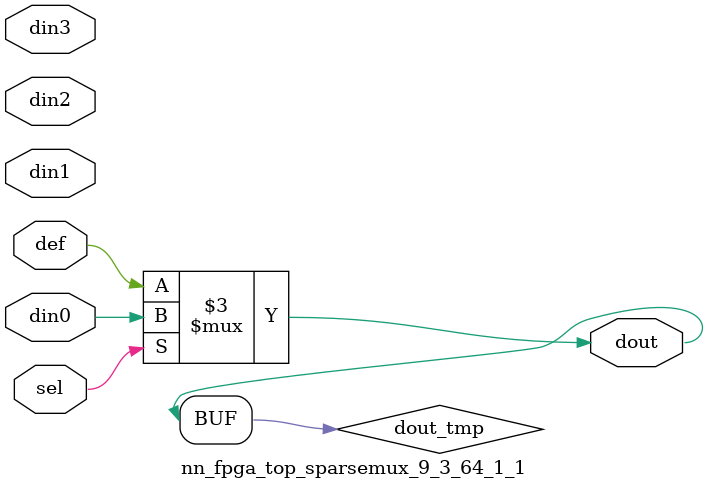
<source format=v>
`timescale 1ns / 1ps

module nn_fpga_top_sparsemux_9_3_64_1_1 (din0,din1,din2,din3,def,sel,dout);

parameter din0_WIDTH = 1;

parameter din1_WIDTH = 1;

parameter din2_WIDTH = 1;

parameter din3_WIDTH = 1;

parameter def_WIDTH = 1;
parameter sel_WIDTH = 1;
parameter dout_WIDTH = 1;

parameter [sel_WIDTH-1:0] CASE0 = 1;

parameter [sel_WIDTH-1:0] CASE1 = 1;

parameter [sel_WIDTH-1:0] CASE2 = 1;

parameter [sel_WIDTH-1:0] CASE3 = 1;

parameter ID = 1;
parameter NUM_STAGE = 1;



input [din0_WIDTH-1:0] din0;

input [din1_WIDTH-1:0] din1;

input [din2_WIDTH-1:0] din2;

input [din3_WIDTH-1:0] din3;

input [def_WIDTH-1:0] def;
input [sel_WIDTH-1:0] sel;

output [dout_WIDTH-1:0] dout;



reg [dout_WIDTH-1:0] dout_tmp;


always @ (*) begin
(* parallel_case *) case (sel)
    
    CASE0 : dout_tmp = din0;
    
    CASE1 : dout_tmp = din1;
    
    CASE2 : dout_tmp = din2;
    
    CASE3 : dout_tmp = din3;
    
    default : dout_tmp = def;
endcase
end


assign dout = dout_tmp;



endmodule

</source>
